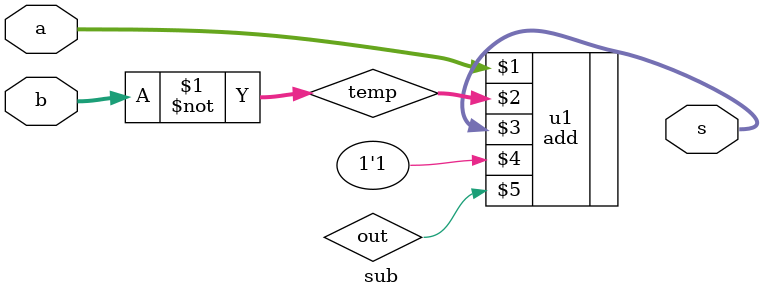
<source format=v>
`timescale 1ns / 1ps

module SUB( A, B, Sign, S, Z, V, N );

    input [31:0] A;
    input [31:0] B;
    input Sign;

    output reg [31:0] S;
    output reg Z;
    output reg V;
    output reg N;

    reg [31:0] tempA,tempB;

    always@(*)
    begin
        S = A - B;
        if (S == 0) Z = 1;
        else Z = 0;
        if (~Sign)
        begin
            N = 0;
            V = (A < B);
        end
        else
        begin
            if ((A[31] == B[31]))
            begin
                V = 0;
                N = (S[31] == 1);
                S = A - B;
                if (S == 0) Z = 1;
                else Z = 0;
                if (A < B) N = 1;
                else N = 0;
            end
            else
            begin
                if (A[31])
                begin
                    if (S[31] == 0)
                    begin
                        V = 1;
                        N = 0;
                    end
                    else
                    begin
                        V = 0;
                        N = 1;
                    end
                end
                else
                begin
                    if (S[31] == 1)
                    begin
                        V = 1;
                        N = 1;
                    end
                    else
                    begin
                        V = 0;
                        N = 0;
                    end
                end
            end
        end
    end
endmodule



module SUB_BACKUP( A, B, Sign, S, Z, V, N );
    input [31:0] A;
    input [31:0] B;
    input Sign;

    output [31:0] S;
    output reg Z;
    output reg V;
    output reg N;

    reg [31:0] tempA,tempB;
    sub u1(A,B,S);

    always@(*)
    begin
    //    S = A - B;
        if (S == 0) Z = 1;
        else Z = 0;
        if (~Sign)
        begin
            N = 0;
            V = S[31];
        end
        else
        begin
            if ((A[31] == B[31]))
            begin
                V = 0;
                N = S[31] ;
      //          S = A - B;
                if (S == 0) Z = 1;
                else Z = 0;
            //    if (A < B) N = 1;
            //    else N = 0;
            end
            else
            begin
                if (A[31])
                begin
                    if (S[31] == 0)
                    begin
                        V = 1;
                        N = 0;
                    end
                    else
                    begin
                        V = 0;
                        N = 1;
                    end
                end
                else
                begin
                    if (S[31] == 1)
                    begin
                        V = 1;
                        N = 1;
                    end
                    else
                    begin
                        V = 0;
                        N = 0;
                    end
                end
            end
        end
    end

endmodule

module sub(a,b,s);
    input   [31:0] a;
    input   [31:0] b;
    output  [31:0] s;

    wire [31:0] temp;
    wire out;
    assign temp = ~b;
    add u1(a,temp,s,1'b1,out);
endmodule

</source>
